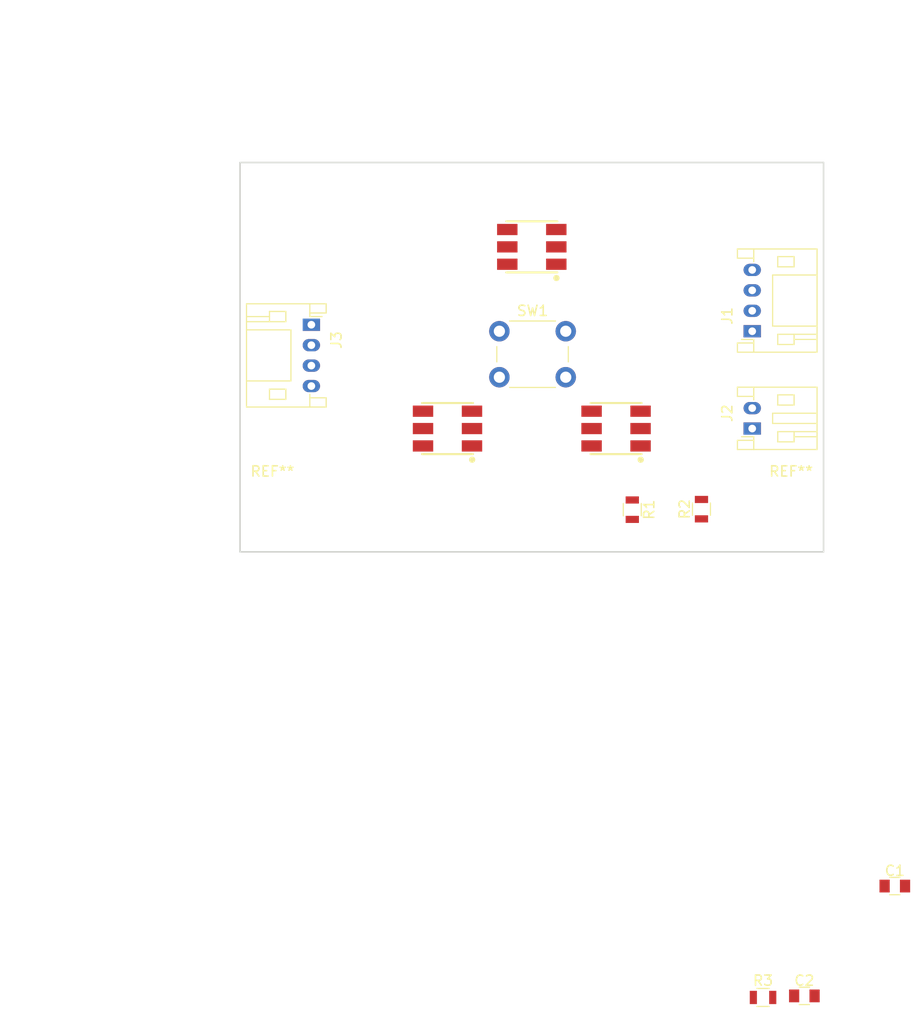
<source format=kicad_pcb>
(kicad_pcb (version 4) (host pcbnew 4.0.7)

  (general
    (links 29)
    (no_connects 29)
    (area 101.524999 76.124999 158.825001 114.375001)
    (thickness 1.6)
    (drawings 15)
    (tracks 0)
    (zones 0)
    (modules 16)
    (nets 14)
  )

  (page A4)
  (layers
    (0 F.Cu signal)
    (31 B.Cu signal)
    (32 B.Adhes user)
    (33 F.Adhes user)
    (34 B.Paste user)
    (35 F.Paste user)
    (36 B.SilkS user)
    (37 F.SilkS user)
    (38 B.Mask user)
    (39 F.Mask user)
    (40 Dwgs.User user)
    (41 Cmts.User user)
    (42 Eco1.User user)
    (43 Eco2.User user)
    (44 Edge.Cuts user)
    (45 Margin user)
    (46 B.CrtYd user)
    (47 F.CrtYd user)
    (48 B.Fab user)
    (49 F.Fab user)
  )

  (setup
    (last_trace_width 0.25)
    (trace_clearance 0.2)
    (zone_clearance 0.508)
    (zone_45_only no)
    (trace_min 0.2)
    (segment_width 0.2)
    (edge_width 0.15)
    (via_size 0.6)
    (via_drill 0.4)
    (via_min_size 0.4)
    (via_min_drill 0.3)
    (uvia_size 0.3)
    (uvia_drill 0.1)
    (uvias_allowed no)
    (uvia_min_size 0.2)
    (uvia_min_drill 0.1)
    (pcb_text_width 0.3)
    (pcb_text_size 1.5 1.5)
    (mod_edge_width 0.15)
    (mod_text_size 1 1)
    (mod_text_width 0.15)
    (pad_size 1.524 1.524)
    (pad_drill 0.762)
    (pad_to_mask_clearance 0.2)
    (aux_axis_origin 0 0)
    (visible_elements FFFFF77F)
    (pcbplotparams
      (layerselection 0x00030_80000001)
      (usegerberextensions false)
      (excludeedgelayer true)
      (linewidth 0.100000)
      (plotframeref false)
      (viasonmask false)
      (mode 1)
      (useauxorigin false)
      (hpglpennumber 1)
      (hpglpenspeed 20)
      (hpglpendiameter 15)
      (hpglpenoverlay 2)
      (psnegative false)
      (psa4output false)
      (plotreference true)
      (plotvalue true)
      (plotinvisibletext false)
      (padsonsilk false)
      (subtractmaskfromsilk false)
      (outputformat 1)
      (mirror false)
      (drillshape 1)
      (scaleselection 1)
      (outputdirectory ""))
  )

  (net 0 "")
  (net 1 +5V)
  (net 2 GND)
  (net 3 /DI)
  (net 4 /CI)
  (net 5 "Net-(J2-Pad1)")
  (net 6 "Net-(J2-Pad2)")
  (net 7 /CO)
  (net 8 /DO)
  (net 9 "Net-(R1-Pad2)")
  (net 10 "Net-(U1-Pad6)")
  (net 11 "Net-(U1-Pad5)")
  (net 12 "Net-(U2-Pad6)")
  (net 13 "Net-(U2-Pad5)")

  (net_class Default "This is the default net class."
    (clearance 0.2)
    (trace_width 0.25)
    (via_dia 0.6)
    (via_drill 0.4)
    (uvia_dia 0.3)
    (uvia_drill 0.1)
    (add_net +5V)
    (add_net /CI)
    (add_net /CO)
    (add_net /DI)
    (add_net /DO)
    (add_net GND)
    (add_net "Net-(J2-Pad1)")
    (add_net "Net-(J2-Pad2)")
    (add_net "Net-(R1-Pad2)")
    (add_net "Net-(U1-Pad5)")
    (add_net "Net-(U1-Pad6)")
    (add_net "Net-(U2-Pad5)")
    (add_net "Net-(U2-Pad6)")
  )

  (module Mounting_Holes:MountingHole_3.7mm (layer F.Cu) (tedit 5B03E488) (tstamp 5B03E470)
    (at 155.575 79.375)
    (descr "Mounting Hole 3.7mm, no annular")
    (tags "mounting hole 3.7mm no annular")
    (attr virtual)
    (fp_text reference REF** (at 0 -4.7) (layer F.SilkS) hide
      (effects (font (size 1 1) (thickness 0.15)))
    )
    (fp_text value MountingHole_3.7mm (at 0 4.7) (layer F.Fab)
      (effects (font (size 1 1) (thickness 0.15)))
    )
    (fp_text user %R (at 0.3 0) (layer F.Fab)
      (effects (font (size 1 1) (thickness 0.15)))
    )
    (fp_circle (center 0 0) (end 3.7 0) (layer Cmts.User) (width 0.15))
    (fp_circle (center 0 0) (end 3.95 0) (layer F.CrtYd) (width 0.05))
    (pad "" np_thru_hole circle (at 0 0) (size 3.81 3.81) (drill 3.81) (layers *.Cu *.Mask))
  )

  (module Mounting_Holes:MountingHole_3.7mm (layer F.Cu) (tedit 5B03E36B) (tstamp 5B03E45D)
    (at 155.575 111.125)
    (descr "Mounting Hole 3.7mm, no annular")
    (tags "mounting hole 3.7mm no annular")
    (attr virtual)
    (fp_text reference REF** (at 0 -4.7) (layer F.SilkS)
      (effects (font (size 1 1) (thickness 0.15)))
    )
    (fp_text value MountingHole_3.7mm (at 0 4.7) (layer F.Fab)
      (effects (font (size 1 1) (thickness 0.15)))
    )
    (fp_text user %R (at 0.3 0) (layer F.Fab)
      (effects (font (size 1 1) (thickness 0.15)))
    )
    (fp_circle (center 0 0) (end 3.7 0) (layer Cmts.User) (width 0.15))
    (fp_circle (center 0 0) (end 3.95 0) (layer F.CrtYd) (width 0.05))
    (pad "" np_thru_hole circle (at 0 0) (size 3.81 3.81) (drill 3.81) (layers *.Cu *.Mask))
  )

  (module Mounting_Holes:MountingHole_3.7mm (layer F.Cu) (tedit 5B03E36B) (tstamp 5B03E3CC)
    (at 104.775 111.125)
    (descr "Mounting Hole 3.7mm, no annular")
    (tags "mounting hole 3.7mm no annular")
    (attr virtual)
    (fp_text reference REF** (at 0 -4.7) (layer F.SilkS)
      (effects (font (size 1 1) (thickness 0.15)))
    )
    (fp_text value MountingHole_3.7mm (at 0 4.7) (layer F.Fab)
      (effects (font (size 1 1) (thickness 0.15)))
    )
    (fp_text user %R (at 0.3 0) (layer F.Fab)
      (effects (font (size 1 1) (thickness 0.15)))
    )
    (fp_circle (center 0 0) (end 3.7 0) (layer Cmts.User) (width 0.15))
    (fp_circle (center 0 0) (end 3.95 0) (layer F.CrtYd) (width 0.05))
    (pad "" np_thru_hole circle (at 0 0) (size 3.81 3.81) (drill 3.81) (layers *.Cu *.Mask))
  )

  (module Mounting_Holes:MountingHole_3.7mm (layer F.Cu) (tedit 5B03E48D) (tstamp 5B03E34D)
    (at 104.775 79.375)
    (descr "Mounting Hole 3.7mm, no annular")
    (tags "mounting hole 3.7mm no annular")
    (attr virtual)
    (fp_text reference REF** (at 0 -4.7) (layer F.SilkS) hide
      (effects (font (size 1 1) (thickness 0.15)))
    )
    (fp_text value MountingHole_3.7mm (at 0 4.7) (layer F.Fab)
      (effects (font (size 1 1) (thickness 0.15)))
    )
    (fp_text user %R (at 0.3 0) (layer F.Fab)
      (effects (font (size 1 1) (thickness 0.15)))
    )
    (fp_circle (center 0 0) (end 3.7 0) (layer Cmts.User) (width 0.15))
    (fp_circle (center 0 0) (end 3.95 0) (layer F.CrtYd) (width 0.05))
    (pad "" np_thru_hole circle (at 0 0) (size 3.81 3.81) (drill 3.81) (layers *.Cu *.Mask))
  )

  (module Capacitors_SMD:C_0805 (layer F.Cu) (tedit 58AA8463) (tstamp 5B03E1FC)
    (at 165.731428 147.005)
    (descr "Capacitor SMD 0805, reflow soldering, AVX (see smccp.pdf)")
    (tags "capacitor 0805")
    (path /5B029738)
    (attr smd)
    (fp_text reference C1 (at 0 -1.5) (layer F.SilkS)
      (effects (font (size 1 1) (thickness 0.15)))
    )
    (fp_text value 0.1uF (at 0 1.75) (layer F.Fab)
      (effects (font (size 1 1) (thickness 0.15)))
    )
    (fp_text user %R (at 0 -1.5) (layer F.Fab)
      (effects (font (size 1 1) (thickness 0.15)))
    )
    (fp_line (start -1 0.62) (end -1 -0.62) (layer F.Fab) (width 0.1))
    (fp_line (start 1 0.62) (end -1 0.62) (layer F.Fab) (width 0.1))
    (fp_line (start 1 -0.62) (end 1 0.62) (layer F.Fab) (width 0.1))
    (fp_line (start -1 -0.62) (end 1 -0.62) (layer F.Fab) (width 0.1))
    (fp_line (start 0.5 -0.85) (end -0.5 -0.85) (layer F.SilkS) (width 0.12))
    (fp_line (start -0.5 0.85) (end 0.5 0.85) (layer F.SilkS) (width 0.12))
    (fp_line (start -1.75 -0.88) (end 1.75 -0.88) (layer F.CrtYd) (width 0.05))
    (fp_line (start -1.75 -0.88) (end -1.75 0.87) (layer F.CrtYd) (width 0.05))
    (fp_line (start 1.75 0.87) (end 1.75 -0.88) (layer F.CrtYd) (width 0.05))
    (fp_line (start 1.75 0.87) (end -1.75 0.87) (layer F.CrtYd) (width 0.05))
    (pad 1 smd rect (at -1 0) (size 1 1.25) (layers F.Cu F.Paste F.Mask)
      (net 1 +5V))
    (pad 2 smd rect (at 1 0) (size 1 1.25) (layers F.Cu F.Paste F.Mask)
      (net 2 GND))
    (model Capacitors_SMD.3dshapes/C_0805.wrl
      (at (xyz 0 0 0))
      (scale (xyz 1 1 1))
      (rotate (xyz 0 0 0))
    )
  )

  (module Capacitors_SMD:C_0805 (layer F.Cu) (tedit 58AA8463) (tstamp 5B03E20D)
    (at 156.871428 157.755)
    (descr "Capacitor SMD 0805, reflow soldering, AVX (see smccp.pdf)")
    (tags "capacitor 0805")
    (path /5B03DB12)
    (attr smd)
    (fp_text reference C2 (at 0 -1.5) (layer F.SilkS)
      (effects (font (size 1 1) (thickness 0.15)))
    )
    (fp_text value 0.1uF (at 0 1.75) (layer F.Fab)
      (effects (font (size 1 1) (thickness 0.15)))
    )
    (fp_text user %R (at 0 -1.5) (layer F.Fab)
      (effects (font (size 1 1) (thickness 0.15)))
    )
    (fp_line (start -1 0.62) (end -1 -0.62) (layer F.Fab) (width 0.1))
    (fp_line (start 1 0.62) (end -1 0.62) (layer F.Fab) (width 0.1))
    (fp_line (start 1 -0.62) (end 1 0.62) (layer F.Fab) (width 0.1))
    (fp_line (start -1 -0.62) (end 1 -0.62) (layer F.Fab) (width 0.1))
    (fp_line (start 0.5 -0.85) (end -0.5 -0.85) (layer F.SilkS) (width 0.12))
    (fp_line (start -0.5 0.85) (end 0.5 0.85) (layer F.SilkS) (width 0.12))
    (fp_line (start -1.75 -0.88) (end 1.75 -0.88) (layer F.CrtYd) (width 0.05))
    (fp_line (start -1.75 -0.88) (end -1.75 0.87) (layer F.CrtYd) (width 0.05))
    (fp_line (start 1.75 0.87) (end 1.75 -0.88) (layer F.CrtYd) (width 0.05))
    (fp_line (start 1.75 0.87) (end -1.75 0.87) (layer F.CrtYd) (width 0.05))
    (pad 1 smd rect (at -1 0) (size 1 1.25) (layers F.Cu F.Paste F.Mask)
      (net 1 +5V))
    (pad 2 smd rect (at 1 0) (size 1 1.25) (layers F.Cu F.Paste F.Mask)
      (net 2 GND))
    (model Capacitors_SMD.3dshapes/C_0805.wrl
      (at (xyz 0 0 0))
      (scale (xyz 1 1 1))
      (rotate (xyz 0 0 0))
    )
  )

  (module Connectors_JST:JST_PH_S4B-PH-K_04x2.00mm_Angled (layer F.Cu) (tedit 58D3FE32) (tstamp 5B03E23E)
    (at 151.765 92.71 90)
    (descr "JST PH series connector, S4B-PH-K, side entry type, through hole, Datasheet: http://www.jst-mfg.com/product/pdf/eng/ePH.pdf")
    (tags "connector jst ph")
    (path /5B029050)
    (fp_text reference J1 (at 1.5 -2.45 90) (layer F.SilkS)
      (effects (font (size 1 1) (thickness 0.15)))
    )
    (fp_text value Conn_01x04 (at 3 7.25 90) (layer F.Fab)
      (effects (font (size 1 1) (thickness 0.15)))
    )
    (fp_line (start 0.5 6.35) (end 0.5 2) (layer F.SilkS) (width 0.12))
    (fp_line (start 0.5 2) (end 5.5 2) (layer F.SilkS) (width 0.12))
    (fp_line (start 5.5 2) (end 5.5 6.35) (layer F.SilkS) (width 0.12))
    (fp_line (start -0.8 0.15) (end -1.15 0.15) (layer F.SilkS) (width 0.12))
    (fp_line (start -1.15 0.15) (end -1.15 -1.45) (layer F.SilkS) (width 0.12))
    (fp_line (start -1.15 -1.45) (end -2.05 -1.45) (layer F.SilkS) (width 0.12))
    (fp_line (start -2.05 -1.45) (end -2.05 6.35) (layer F.SilkS) (width 0.12))
    (fp_line (start -2.05 6.35) (end 8.05 6.35) (layer F.SilkS) (width 0.12))
    (fp_line (start 8.05 6.35) (end 8.05 -1.45) (layer F.SilkS) (width 0.12))
    (fp_line (start 8.05 -1.45) (end 7.15 -1.45) (layer F.SilkS) (width 0.12))
    (fp_line (start 7.15 -1.45) (end 7.15 0.15) (layer F.SilkS) (width 0.12))
    (fp_line (start 7.15 0.15) (end 6.8 0.15) (layer F.SilkS) (width 0.12))
    (fp_line (start -2.05 0.15) (end -1.15 0.15) (layer F.SilkS) (width 0.12))
    (fp_line (start 8.05 0.15) (end 7.15 0.15) (layer F.SilkS) (width 0.12))
    (fp_line (start -1.3 2.5) (end -1.3 4.1) (layer F.SilkS) (width 0.12))
    (fp_line (start -1.3 4.1) (end -0.3 4.1) (layer F.SilkS) (width 0.12))
    (fp_line (start -0.3 4.1) (end -0.3 2.5) (layer F.SilkS) (width 0.12))
    (fp_line (start -0.3 2.5) (end -1.3 2.5) (layer F.SilkS) (width 0.12))
    (fp_line (start 7.3 2.5) (end 7.3 4.1) (layer F.SilkS) (width 0.12))
    (fp_line (start 7.3 4.1) (end 6.3 4.1) (layer F.SilkS) (width 0.12))
    (fp_line (start 6.3 4.1) (end 6.3 2.5) (layer F.SilkS) (width 0.12))
    (fp_line (start 6.3 2.5) (end 7.3 2.5) (layer F.SilkS) (width 0.12))
    (fp_line (start -0.3 4.1) (end -0.3 6.35) (layer F.SilkS) (width 0.12))
    (fp_line (start -0.8 4.1) (end -0.8 6.35) (layer F.SilkS) (width 0.12))
    (fp_line (start -2.45 -1.85) (end -2.45 6.75) (layer F.CrtYd) (width 0.05))
    (fp_line (start -2.45 6.75) (end 8.45 6.75) (layer F.CrtYd) (width 0.05))
    (fp_line (start 8.45 6.75) (end 8.45 -1.85) (layer F.CrtYd) (width 0.05))
    (fp_line (start 8.45 -1.85) (end -2.45 -1.85) (layer F.CrtYd) (width 0.05))
    (fp_line (start -1.25 0.25) (end -1.25 -1.35) (layer F.Fab) (width 0.1))
    (fp_line (start -1.25 -1.35) (end -1.95 -1.35) (layer F.Fab) (width 0.1))
    (fp_line (start -1.95 -1.35) (end -1.95 6.25) (layer F.Fab) (width 0.1))
    (fp_line (start -1.95 6.25) (end 7.95 6.25) (layer F.Fab) (width 0.1))
    (fp_line (start 7.95 6.25) (end 7.95 -1.35) (layer F.Fab) (width 0.1))
    (fp_line (start 7.95 -1.35) (end 7.25 -1.35) (layer F.Fab) (width 0.1))
    (fp_line (start 7.25 -1.35) (end 7.25 0.25) (layer F.Fab) (width 0.1))
    (fp_line (start 7.25 0.25) (end -1.25 0.25) (layer F.Fab) (width 0.1))
    (fp_line (start -0.8 0.15) (end -0.8 -1.05) (layer F.SilkS) (width 0.12))
    (fp_line (start 0 0.85) (end -0.5 1.35) (layer F.Fab) (width 0.1))
    (fp_line (start -0.5 1.35) (end 0.5 1.35) (layer F.Fab) (width 0.1))
    (fp_line (start 0.5 1.35) (end 0 0.85) (layer F.Fab) (width 0.1))
    (fp_text user %R (at 3 2.5 90) (layer F.Fab)
      (effects (font (size 1 1) (thickness 0.15)))
    )
    (pad 1 thru_hole rect (at 0 0 90) (size 1.2 1.7) (drill 0.75) (layers *.Cu *.Mask)
      (net 2 GND))
    (pad 2 thru_hole oval (at 2 0 90) (size 1.2 1.7) (drill 0.75) (layers *.Cu *.Mask)
      (net 3 /DI))
    (pad 3 thru_hole oval (at 4 0 90) (size 1.2 1.7) (drill 0.75) (layers *.Cu *.Mask)
      (net 4 /CI))
    (pad 4 thru_hole oval (at 6 0 90) (size 1.2 1.7) (drill 0.75) (layers *.Cu *.Mask)
      (net 1 +5V))
    (model ${KISYS3DMOD}/Connectors_JST.3dshapes/JST_PH_S4B-PH-K_04x2.00mm_Angled.wrl
      (at (xyz 0 0 0))
      (scale (xyz 1 1 1))
      (rotate (xyz 0 0 0))
    )
  )

  (module Connectors_JST:JST_PH_S2B-PH-K_02x2.00mm_Angled (layer F.Cu) (tedit 58D3FE32) (tstamp 5B03E26D)
    (at 151.765 102.235 90)
    (descr "JST PH series connector, S2B-PH-K, side entry type, through hole, Datasheet: http://www.jst-mfg.com/product/pdf/eng/ePH.pdf")
    (tags "connector jst ph")
    (path /5B029FEB)
    (fp_text reference J2 (at 1.5 -2.45 90) (layer F.SilkS)
      (effects (font (size 1 1) (thickness 0.15)))
    )
    (fp_text value Conn_01x02 (at 1 7.25 90) (layer F.Fab)
      (effects (font (size 1 1) (thickness 0.15)))
    )
    (fp_line (start 0.5 6.35) (end 0.5 2) (layer F.SilkS) (width 0.12))
    (fp_line (start 0.5 2) (end 1.5 2) (layer F.SilkS) (width 0.12))
    (fp_line (start 1.5 2) (end 1.5 6.35) (layer F.SilkS) (width 0.12))
    (fp_line (start -0.8 0.15) (end -1.15 0.15) (layer F.SilkS) (width 0.12))
    (fp_line (start -1.15 0.15) (end -1.15 -1.45) (layer F.SilkS) (width 0.12))
    (fp_line (start -1.15 -1.45) (end -2.05 -1.45) (layer F.SilkS) (width 0.12))
    (fp_line (start -2.05 -1.45) (end -2.05 6.35) (layer F.SilkS) (width 0.12))
    (fp_line (start -2.05 6.35) (end 4.05 6.35) (layer F.SilkS) (width 0.12))
    (fp_line (start 4.05 6.35) (end 4.05 -1.45) (layer F.SilkS) (width 0.12))
    (fp_line (start 4.05 -1.45) (end 3.15 -1.45) (layer F.SilkS) (width 0.12))
    (fp_line (start 3.15 -1.45) (end 3.15 0.15) (layer F.SilkS) (width 0.12))
    (fp_line (start 3.15 0.15) (end 2.8 0.15) (layer F.SilkS) (width 0.12))
    (fp_line (start -2.05 0.15) (end -1.15 0.15) (layer F.SilkS) (width 0.12))
    (fp_line (start 4.05 0.15) (end 3.15 0.15) (layer F.SilkS) (width 0.12))
    (fp_line (start -1.3 2.5) (end -1.3 4.1) (layer F.SilkS) (width 0.12))
    (fp_line (start -1.3 4.1) (end -0.3 4.1) (layer F.SilkS) (width 0.12))
    (fp_line (start -0.3 4.1) (end -0.3 2.5) (layer F.SilkS) (width 0.12))
    (fp_line (start -0.3 2.5) (end -1.3 2.5) (layer F.SilkS) (width 0.12))
    (fp_line (start 3.3 2.5) (end 3.3 4.1) (layer F.SilkS) (width 0.12))
    (fp_line (start 3.3 4.1) (end 2.3 4.1) (layer F.SilkS) (width 0.12))
    (fp_line (start 2.3 4.1) (end 2.3 2.5) (layer F.SilkS) (width 0.12))
    (fp_line (start 2.3 2.5) (end 3.3 2.5) (layer F.SilkS) (width 0.12))
    (fp_line (start -0.3 4.1) (end -0.3 6.35) (layer F.SilkS) (width 0.12))
    (fp_line (start -0.8 4.1) (end -0.8 6.35) (layer F.SilkS) (width 0.12))
    (fp_line (start -2.45 -1.85) (end -2.45 6.75) (layer F.CrtYd) (width 0.05))
    (fp_line (start -2.45 6.75) (end 4.45 6.75) (layer F.CrtYd) (width 0.05))
    (fp_line (start 4.45 6.75) (end 4.45 -1.85) (layer F.CrtYd) (width 0.05))
    (fp_line (start 4.45 -1.85) (end -2.45 -1.85) (layer F.CrtYd) (width 0.05))
    (fp_line (start -1.25 0.25) (end -1.25 -1.35) (layer F.Fab) (width 0.1))
    (fp_line (start -1.25 -1.35) (end -1.95 -1.35) (layer F.Fab) (width 0.1))
    (fp_line (start -1.95 -1.35) (end -1.95 6.25) (layer F.Fab) (width 0.1))
    (fp_line (start -1.95 6.25) (end 3.95 6.25) (layer F.Fab) (width 0.1))
    (fp_line (start 3.95 6.25) (end 3.95 -1.35) (layer F.Fab) (width 0.1))
    (fp_line (start 3.95 -1.35) (end 3.25 -1.35) (layer F.Fab) (width 0.1))
    (fp_line (start 3.25 -1.35) (end 3.25 0.25) (layer F.Fab) (width 0.1))
    (fp_line (start 3.25 0.25) (end -1.25 0.25) (layer F.Fab) (width 0.1))
    (fp_line (start -0.8 0.15) (end -0.8 -1.05) (layer F.SilkS) (width 0.12))
    (fp_line (start 0 0.85) (end -0.5 1.35) (layer F.Fab) (width 0.1))
    (fp_line (start -0.5 1.35) (end 0.5 1.35) (layer F.Fab) (width 0.1))
    (fp_line (start 0.5 1.35) (end 0 0.85) (layer F.Fab) (width 0.1))
    (fp_text user %R (at 1 2.5 90) (layer F.Fab)
      (effects (font (size 1 1) (thickness 0.15)))
    )
    (pad 1 thru_hole rect (at 0 0 90) (size 1.2 1.7) (drill 0.75) (layers *.Cu *.Mask)
      (net 5 "Net-(J2-Pad1)"))
    (pad 2 thru_hole oval (at 2 0 90) (size 1.2 1.7) (drill 0.75) (layers *.Cu *.Mask)
      (net 6 "Net-(J2-Pad2)"))
    (model ${KISYS3DMOD}/Connectors_JST.3dshapes/JST_PH_S2B-PH-K_02x2.00mm_Angled.wrl
      (at (xyz 0 0 0))
      (scale (xyz 1 1 1))
      (rotate (xyz 0 0 0))
    )
  )

  (module Connectors_JST:JST_PH_S4B-PH-K_04x2.00mm_Angled (layer F.Cu) (tedit 58D3FE32) (tstamp 5B03E29E)
    (at 108.585 92.075 270)
    (descr "JST PH series connector, S4B-PH-K, side entry type, through hole, Datasheet: http://www.jst-mfg.com/product/pdf/eng/ePH.pdf")
    (tags "connector jst ph")
    (path /5B03DF6D)
    (fp_text reference J3 (at 1.5 -2.45 270) (layer F.SilkS)
      (effects (font (size 1 1) (thickness 0.15)))
    )
    (fp_text value Conn_01x04 (at 3 7.25 270) (layer F.Fab)
      (effects (font (size 1 1) (thickness 0.15)))
    )
    (fp_line (start 0.5 6.35) (end 0.5 2) (layer F.SilkS) (width 0.12))
    (fp_line (start 0.5 2) (end 5.5 2) (layer F.SilkS) (width 0.12))
    (fp_line (start 5.5 2) (end 5.5 6.35) (layer F.SilkS) (width 0.12))
    (fp_line (start -0.8 0.15) (end -1.15 0.15) (layer F.SilkS) (width 0.12))
    (fp_line (start -1.15 0.15) (end -1.15 -1.45) (layer F.SilkS) (width 0.12))
    (fp_line (start -1.15 -1.45) (end -2.05 -1.45) (layer F.SilkS) (width 0.12))
    (fp_line (start -2.05 -1.45) (end -2.05 6.35) (layer F.SilkS) (width 0.12))
    (fp_line (start -2.05 6.35) (end 8.05 6.35) (layer F.SilkS) (width 0.12))
    (fp_line (start 8.05 6.35) (end 8.05 -1.45) (layer F.SilkS) (width 0.12))
    (fp_line (start 8.05 -1.45) (end 7.15 -1.45) (layer F.SilkS) (width 0.12))
    (fp_line (start 7.15 -1.45) (end 7.15 0.15) (layer F.SilkS) (width 0.12))
    (fp_line (start 7.15 0.15) (end 6.8 0.15) (layer F.SilkS) (width 0.12))
    (fp_line (start -2.05 0.15) (end -1.15 0.15) (layer F.SilkS) (width 0.12))
    (fp_line (start 8.05 0.15) (end 7.15 0.15) (layer F.SilkS) (width 0.12))
    (fp_line (start -1.3 2.5) (end -1.3 4.1) (layer F.SilkS) (width 0.12))
    (fp_line (start -1.3 4.1) (end -0.3 4.1) (layer F.SilkS) (width 0.12))
    (fp_line (start -0.3 4.1) (end -0.3 2.5) (layer F.SilkS) (width 0.12))
    (fp_line (start -0.3 2.5) (end -1.3 2.5) (layer F.SilkS) (width 0.12))
    (fp_line (start 7.3 2.5) (end 7.3 4.1) (layer F.SilkS) (width 0.12))
    (fp_line (start 7.3 4.1) (end 6.3 4.1) (layer F.SilkS) (width 0.12))
    (fp_line (start 6.3 4.1) (end 6.3 2.5) (layer F.SilkS) (width 0.12))
    (fp_line (start 6.3 2.5) (end 7.3 2.5) (layer F.SilkS) (width 0.12))
    (fp_line (start -0.3 4.1) (end -0.3 6.35) (layer F.SilkS) (width 0.12))
    (fp_line (start -0.8 4.1) (end -0.8 6.35) (layer F.SilkS) (width 0.12))
    (fp_line (start -2.45 -1.85) (end -2.45 6.75) (layer F.CrtYd) (width 0.05))
    (fp_line (start -2.45 6.75) (end 8.45 6.75) (layer F.CrtYd) (width 0.05))
    (fp_line (start 8.45 6.75) (end 8.45 -1.85) (layer F.CrtYd) (width 0.05))
    (fp_line (start 8.45 -1.85) (end -2.45 -1.85) (layer F.CrtYd) (width 0.05))
    (fp_line (start -1.25 0.25) (end -1.25 -1.35) (layer F.Fab) (width 0.1))
    (fp_line (start -1.25 -1.35) (end -1.95 -1.35) (layer F.Fab) (width 0.1))
    (fp_line (start -1.95 -1.35) (end -1.95 6.25) (layer F.Fab) (width 0.1))
    (fp_line (start -1.95 6.25) (end 7.95 6.25) (layer F.Fab) (width 0.1))
    (fp_line (start 7.95 6.25) (end 7.95 -1.35) (layer F.Fab) (width 0.1))
    (fp_line (start 7.95 -1.35) (end 7.25 -1.35) (layer F.Fab) (width 0.1))
    (fp_line (start 7.25 -1.35) (end 7.25 0.25) (layer F.Fab) (width 0.1))
    (fp_line (start 7.25 0.25) (end -1.25 0.25) (layer F.Fab) (width 0.1))
    (fp_line (start -0.8 0.15) (end -0.8 -1.05) (layer F.SilkS) (width 0.12))
    (fp_line (start 0 0.85) (end -0.5 1.35) (layer F.Fab) (width 0.1))
    (fp_line (start -0.5 1.35) (end 0.5 1.35) (layer F.Fab) (width 0.1))
    (fp_line (start 0.5 1.35) (end 0 0.85) (layer F.Fab) (width 0.1))
    (fp_text user %R (at 3 2.5 270) (layer F.Fab)
      (effects (font (size 1 1) (thickness 0.15)))
    )
    (pad 1 thru_hole rect (at 0 0 270) (size 1.2 1.7) (drill 0.75) (layers *.Cu *.Mask)
      (net 1 +5V))
    (pad 2 thru_hole oval (at 2 0 270) (size 1.2 1.7) (drill 0.75) (layers *.Cu *.Mask)
      (net 7 /CO))
    (pad 3 thru_hole oval (at 4 0 270) (size 1.2 1.7) (drill 0.75) (layers *.Cu *.Mask)
      (net 8 /DO))
    (pad 4 thru_hole oval (at 6 0 270) (size 1.2 1.7) (drill 0.75) (layers *.Cu *.Mask)
      (net 2 GND))
    (model ${KISYS3DMOD}/Connectors_JST.3dshapes/JST_PH_S4B-PH-K_04x2.00mm_Angled.wrl
      (at (xyz 0 0 0))
      (scale (xyz 1 1 1))
      (rotate (xyz 0 0 0))
    )
  )

  (module Resistors_SMD:R_0805 (layer F.Cu) (tedit 58E0A804) (tstamp 5B03E2AF)
    (at 140.0175 110.1725 270)
    (descr "Resistor SMD 0805, reflow soldering, Vishay (see dcrcw.pdf)")
    (tags "resistor 0805")
    (path /5B029D36)
    (attr smd)
    (fp_text reference R1 (at 0 -1.65 270) (layer F.SilkS)
      (effects (font (size 1 1) (thickness 0.15)))
    )
    (fp_text value 1K (at 0 1.75 270) (layer F.Fab)
      (effects (font (size 1 1) (thickness 0.15)))
    )
    (fp_text user %R (at 0 0 270) (layer F.Fab)
      (effects (font (size 0.5 0.5) (thickness 0.075)))
    )
    (fp_line (start -1 0.62) (end -1 -0.62) (layer F.Fab) (width 0.1))
    (fp_line (start 1 0.62) (end -1 0.62) (layer F.Fab) (width 0.1))
    (fp_line (start 1 -0.62) (end 1 0.62) (layer F.Fab) (width 0.1))
    (fp_line (start -1 -0.62) (end 1 -0.62) (layer F.Fab) (width 0.1))
    (fp_line (start 0.6 0.88) (end -0.6 0.88) (layer F.SilkS) (width 0.12))
    (fp_line (start -0.6 -0.88) (end 0.6 -0.88) (layer F.SilkS) (width 0.12))
    (fp_line (start -1.55 -0.9) (end 1.55 -0.9) (layer F.CrtYd) (width 0.05))
    (fp_line (start -1.55 -0.9) (end -1.55 0.9) (layer F.CrtYd) (width 0.05))
    (fp_line (start 1.55 0.9) (end 1.55 -0.9) (layer F.CrtYd) (width 0.05))
    (fp_line (start 1.55 0.9) (end -1.55 0.9) (layer F.CrtYd) (width 0.05))
    (pad 1 smd rect (at -0.95 0 270) (size 0.7 1.3) (layers F.Cu F.Paste F.Mask)
      (net 1 +5V))
    (pad 2 smd rect (at 0.95 0 270) (size 0.7 1.3) (layers F.Cu F.Paste F.Mask)
      (net 9 "Net-(R1-Pad2)"))
    (model ${KISYS3DMOD}/Resistors_SMD.3dshapes/R_0805.wrl
      (at (xyz 0 0 0))
      (scale (xyz 1 1 1))
      (rotate (xyz 0 0 0))
    )
  )

  (module Resistors_SMD:R_0805 (layer F.Cu) (tedit 58E0A804) (tstamp 5B03E2C0)
    (at 146.7925 110.122499 90)
    (descr "Resistor SMD 0805, reflow soldering, Vishay (see dcrcw.pdf)")
    (tags "resistor 0805")
    (path /5B029D8D)
    (attr smd)
    (fp_text reference R2 (at 0 -1.65 90) (layer F.SilkS)
      (effects (font (size 1 1) (thickness 0.15)))
    )
    (fp_text value 2K (at 0 1.75 90) (layer F.Fab)
      (effects (font (size 1 1) (thickness 0.15)))
    )
    (fp_text user %R (at 0 0 90) (layer F.Fab)
      (effects (font (size 0.5 0.5) (thickness 0.075)))
    )
    (fp_line (start -1 0.62) (end -1 -0.62) (layer F.Fab) (width 0.1))
    (fp_line (start 1 0.62) (end -1 0.62) (layer F.Fab) (width 0.1))
    (fp_line (start 1 -0.62) (end 1 0.62) (layer F.Fab) (width 0.1))
    (fp_line (start -1 -0.62) (end 1 -0.62) (layer F.Fab) (width 0.1))
    (fp_line (start 0.6 0.88) (end -0.6 0.88) (layer F.SilkS) (width 0.12))
    (fp_line (start -0.6 -0.88) (end 0.6 -0.88) (layer F.SilkS) (width 0.12))
    (fp_line (start -1.55 -0.9) (end 1.55 -0.9) (layer F.CrtYd) (width 0.05))
    (fp_line (start -1.55 -0.9) (end -1.55 0.9) (layer F.CrtYd) (width 0.05))
    (fp_line (start 1.55 0.9) (end 1.55 -0.9) (layer F.CrtYd) (width 0.05))
    (fp_line (start 1.55 0.9) (end -1.55 0.9) (layer F.CrtYd) (width 0.05))
    (pad 1 smd rect (at -0.95 0 90) (size 0.7 1.3) (layers F.Cu F.Paste F.Mask)
      (net 9 "Net-(R1-Pad2)"))
    (pad 2 smd rect (at 0.95 0 90) (size 0.7 1.3) (layers F.Cu F.Paste F.Mask)
      (net 2 GND))
    (model ${KISYS3DMOD}/Resistors_SMD.3dshapes/R_0805.wrl
      (at (xyz 0 0 0))
      (scale (xyz 1 1 1))
      (rotate (xyz 0 0 0))
    )
  )

  (module Resistors_SMD:R_0805 (layer F.Cu) (tedit 58E0A804) (tstamp 5B03E2D1)
    (at 152.825001 157.905)
    (descr "Resistor SMD 0805, reflow soldering, Vishay (see dcrcw.pdf)")
    (tags "resistor 0805")
    (path /5B029B4B)
    (attr smd)
    (fp_text reference R3 (at 0 -1.65) (layer F.SilkS)
      (effects (font (size 1 1) (thickness 0.15)))
    )
    (fp_text value 51K (at 0 1.75) (layer F.Fab)
      (effects (font (size 1 1) (thickness 0.15)))
    )
    (fp_text user %R (at 0 0) (layer F.Fab)
      (effects (font (size 0.5 0.5) (thickness 0.075)))
    )
    (fp_line (start -1 0.62) (end -1 -0.62) (layer F.Fab) (width 0.1))
    (fp_line (start 1 0.62) (end -1 0.62) (layer F.Fab) (width 0.1))
    (fp_line (start 1 -0.62) (end 1 0.62) (layer F.Fab) (width 0.1))
    (fp_line (start -1 -0.62) (end 1 -0.62) (layer F.Fab) (width 0.1))
    (fp_line (start 0.6 0.88) (end -0.6 0.88) (layer F.SilkS) (width 0.12))
    (fp_line (start -0.6 -0.88) (end 0.6 -0.88) (layer F.SilkS) (width 0.12))
    (fp_line (start -1.55 -0.9) (end 1.55 -0.9) (layer F.CrtYd) (width 0.05))
    (fp_line (start -1.55 -0.9) (end -1.55 0.9) (layer F.CrtYd) (width 0.05))
    (fp_line (start 1.55 0.9) (end 1.55 -0.9) (layer F.CrtYd) (width 0.05))
    (fp_line (start 1.55 0.9) (end -1.55 0.9) (layer F.CrtYd) (width 0.05))
    (pad 1 smd rect (at -0.95 0) (size 0.7 1.3) (layers F.Cu F.Paste F.Mask)
      (net 5 "Net-(J2-Pad1)"))
    (pad 2 smd rect (at 0.95 0) (size 0.7 1.3) (layers F.Cu F.Paste F.Mask)
      (net 2 GND))
    (model ${KISYS3DMOD}/Resistors_SMD.3dshapes/R_0805.wrl
      (at (xyz 0 0 0))
      (scale (xyz 1 1 1))
      (rotate (xyz 0 0 0))
    )
  )

  (module Buttons_Switches_THT:SW_PUSH_6mm_h4.3mm (layer F.Cu) (tedit 5923F252) (tstamp 5B03E2F0)
    (at 127 92.71)
    (descr "tactile push button, 6x6mm e.g. PHAP33xx series, height=4.3mm")
    (tags "tact sw push 6mm")
    (path /5B029ACC)
    (fp_text reference SW1 (at 3.25 -2) (layer F.SilkS)
      (effects (font (size 1 1) (thickness 0.15)))
    )
    (fp_text value SW_Push (at 3.75 6.7) (layer F.Fab)
      (effects (font (size 1 1) (thickness 0.15)))
    )
    (fp_text user %R (at 3.25 2.25) (layer F.Fab)
      (effects (font (size 1 1) (thickness 0.15)))
    )
    (fp_line (start 3.25 -0.75) (end 6.25 -0.75) (layer F.Fab) (width 0.1))
    (fp_line (start 6.25 -0.75) (end 6.25 5.25) (layer F.Fab) (width 0.1))
    (fp_line (start 6.25 5.25) (end 0.25 5.25) (layer F.Fab) (width 0.1))
    (fp_line (start 0.25 5.25) (end 0.25 -0.75) (layer F.Fab) (width 0.1))
    (fp_line (start 0.25 -0.75) (end 3.25 -0.75) (layer F.Fab) (width 0.1))
    (fp_line (start 7.75 6) (end 8 6) (layer F.CrtYd) (width 0.05))
    (fp_line (start 8 6) (end 8 5.75) (layer F.CrtYd) (width 0.05))
    (fp_line (start 7.75 -1.5) (end 8 -1.5) (layer F.CrtYd) (width 0.05))
    (fp_line (start 8 -1.5) (end 8 -1.25) (layer F.CrtYd) (width 0.05))
    (fp_line (start -1.5 -1.25) (end -1.5 -1.5) (layer F.CrtYd) (width 0.05))
    (fp_line (start -1.5 -1.5) (end -1.25 -1.5) (layer F.CrtYd) (width 0.05))
    (fp_line (start -1.5 5.75) (end -1.5 6) (layer F.CrtYd) (width 0.05))
    (fp_line (start -1.5 6) (end -1.25 6) (layer F.CrtYd) (width 0.05))
    (fp_line (start -1.25 -1.5) (end 7.75 -1.5) (layer F.CrtYd) (width 0.05))
    (fp_line (start -1.5 5.75) (end -1.5 -1.25) (layer F.CrtYd) (width 0.05))
    (fp_line (start 7.75 6) (end -1.25 6) (layer F.CrtYd) (width 0.05))
    (fp_line (start 8 -1.25) (end 8 5.75) (layer F.CrtYd) (width 0.05))
    (fp_line (start 1 5.5) (end 5.5 5.5) (layer F.SilkS) (width 0.12))
    (fp_line (start -0.25 1.5) (end -0.25 3) (layer F.SilkS) (width 0.12))
    (fp_line (start 5.5 -1) (end 1 -1) (layer F.SilkS) (width 0.12))
    (fp_line (start 6.75 3) (end 6.75 1.5) (layer F.SilkS) (width 0.12))
    (fp_circle (center 3.25 2.25) (end 1.25 2.5) (layer F.Fab) (width 0.1))
    (pad 2 thru_hole circle (at 0 4.5 90) (size 2 2) (drill 1.1) (layers *.Cu *.Mask)
      (net 5 "Net-(J2-Pad1)"))
    (pad 1 thru_hole circle (at 0 0 90) (size 2 2) (drill 1.1) (layers *.Cu *.Mask)
      (net 9 "Net-(R1-Pad2)"))
    (pad 2 thru_hole circle (at 6.5 4.5 90) (size 2 2) (drill 1.1) (layers *.Cu *.Mask)
      (net 5 "Net-(J2-Pad1)"))
    (pad 1 thru_hole circle (at 6.5 0 90) (size 2 2) (drill 1.1) (layers *.Cu *.Mask)
      (net 9 "Net-(R1-Pad2)"))
    (model ${KISYS3DMOD}/Buttons_Switches_THT.3dshapes/SW_PUSH_6mm_h4.3mm.wrl
      (at (xyz 0.005 0 0))
      (scale (xyz 0.3937 0.3937 0.3937))
      (rotate (xyz 0 0 0))
    )
  )

  (module APA102:APA102_3 (layer F.Cu) (tedit 591CA5E4) (tstamp 5B03E2FE)
    (at 130.175 84.455)
    (path /5B028DCA)
    (fp_text reference U1 (at 0 3.556) (layer F.SilkS) hide
      (effects (font (size 0.889 0.889) (thickness 0.22225)))
    )
    (fp_text value APA102C (at 0 0 90) (layer F.SilkS) hide
      (effects (font (size 0.889 0.6) (thickness 0.15)))
    )
    (fp_line (start -2.5 -2.5) (end 2.5 -2.5) (layer F.SilkS) (width 0.2032))
    (fp_line (start -2.5 2.5) (end 2.5 2.5) (layer F.SilkS) (width 0.2032))
    (fp_circle (center 2.413 3.048) (end 2.54 3.2385) (layer F.SilkS) (width 0.15))
    (fp_circle (center 2.413 3.048) (end 2.4765 3.1115) (layer F.SilkS) (width 0.15))
    (pad 6 smd rect (at -2.4 1.700001 180) (size 2 1.1) (layers F.Cu F.Paste F.Mask)
      (net 10 "Net-(U1-Pad6)") (solder_mask_margin 0.1016))
    (pad 5 smd rect (at -2.399998 0 180) (size 2 1.1) (layers F.Cu F.Paste F.Mask)
      (net 11 "Net-(U1-Pad5)") (solder_mask_margin 0.1016))
    (pad 4 smd rect (at -2.4 -1.7 180) (size 2 1.1) (layers F.Cu F.Paste F.Mask)
      (net 1 +5V) (solder_mask_margin 0.1016))
    (pad 3 smd rect (at 2.4 -1.700001) (size 2 1.1) (layers F.Cu F.Paste F.Mask)
      (net 2 GND) (solder_mask_margin 0.1016))
    (pad 2 smd rect (at 2.399998 0) (size 2 1.1) (layers F.Cu F.Paste F.Mask)
      (net 4 /CI) (solder_mask_margin 0.1016))
    (pad 1 smd rect (at 2.4 1.7) (size 2 1.1) (layers F.Cu F.Paste F.Mask)
      (net 3 /DI) (solder_mask_margin 0.1016))
  )

  (module APA102:APA102_3 (layer F.Cu) (tedit 591CA5E4) (tstamp 5B03E30C)
    (at 138.43 102.235)
    (path /5B03DDD5)
    (fp_text reference U2 (at 0 3.556) (layer F.SilkS) hide
      (effects (font (size 0.889 0.889) (thickness 0.22225)))
    )
    (fp_text value APA102C (at 0 0 90) (layer F.SilkS) hide
      (effects (font (size 0.889 0.6) (thickness 0.15)))
    )
    (fp_line (start -2.5 -2.5) (end 2.5 -2.5) (layer F.SilkS) (width 0.2032))
    (fp_line (start -2.5 2.5) (end 2.5 2.5) (layer F.SilkS) (width 0.2032))
    (fp_circle (center 2.413 3.048) (end 2.54 3.2385) (layer F.SilkS) (width 0.15))
    (fp_circle (center 2.413 3.048) (end 2.4765 3.1115) (layer F.SilkS) (width 0.15))
    (pad 6 smd rect (at -2.4 1.700001 180) (size 2 1.1) (layers F.Cu F.Paste F.Mask)
      (net 12 "Net-(U2-Pad6)") (solder_mask_margin 0.1016))
    (pad 5 smd rect (at -2.399998 0 180) (size 2 1.1) (layers F.Cu F.Paste F.Mask)
      (net 13 "Net-(U2-Pad5)") (solder_mask_margin 0.1016))
    (pad 4 smd rect (at -2.4 -1.7 180) (size 2 1.1) (layers F.Cu F.Paste F.Mask)
      (net 1 +5V) (solder_mask_margin 0.1016))
    (pad 3 smd rect (at 2.4 -1.700001) (size 2 1.1) (layers F.Cu F.Paste F.Mask)
      (net 2 GND) (solder_mask_margin 0.1016))
    (pad 2 smd rect (at 2.399998 0) (size 2 1.1) (layers F.Cu F.Paste F.Mask)
      (net 11 "Net-(U1-Pad5)") (solder_mask_margin 0.1016))
    (pad 1 smd rect (at 2.4 1.7) (size 2 1.1) (layers F.Cu F.Paste F.Mask)
      (net 10 "Net-(U1-Pad6)") (solder_mask_margin 0.1016))
  )

  (module APA102:APA102_3 (layer F.Cu) (tedit 591CA5E4) (tstamp 5B03E31A)
    (at 121.92 102.235)
    (path /5B03DE2A)
    (fp_text reference U3 (at 0 3.556) (layer F.SilkS) hide
      (effects (font (size 0.889 0.889) (thickness 0.22225)))
    )
    (fp_text value APA102C (at 0 0 90) (layer F.SilkS) hide
      (effects (font (size 0.889 0.6) (thickness 0.15)))
    )
    (fp_line (start -2.5 -2.5) (end 2.5 -2.5) (layer F.SilkS) (width 0.2032))
    (fp_line (start -2.5 2.5) (end 2.5 2.5) (layer F.SilkS) (width 0.2032))
    (fp_circle (center 2.413 3.048) (end 2.54 3.2385) (layer F.SilkS) (width 0.15))
    (fp_circle (center 2.413 3.048) (end 2.4765 3.1115) (layer F.SilkS) (width 0.15))
    (pad 6 smd rect (at -2.4 1.700001 180) (size 2 1.1) (layers F.Cu F.Paste F.Mask)
      (net 8 /DO) (solder_mask_margin 0.1016))
    (pad 5 smd rect (at -2.399998 0 180) (size 2 1.1) (layers F.Cu F.Paste F.Mask)
      (net 7 /CO) (solder_mask_margin 0.1016))
    (pad 4 smd rect (at -2.4 -1.7 180) (size 2 1.1) (layers F.Cu F.Paste F.Mask)
      (net 1 +5V) (solder_mask_margin 0.1016))
    (pad 3 smd rect (at 2.4 -1.700001) (size 2 1.1) (layers F.Cu F.Paste F.Mask)
      (net 2 GND) (solder_mask_margin 0.1016))
    (pad 2 smd rect (at 2.399998 0) (size 2 1.1) (layers F.Cu F.Paste F.Mask)
      (net 13 "Net-(U2-Pad5)") (solder_mask_margin 0.1016))
    (pad 1 smd rect (at 2.4 1.7) (size 2 1.1) (layers F.Cu F.Paste F.Mask)
      (net 12 "Net-(U2-Pad6)") (solder_mask_margin 0.1016))
  )

  (dimension 21.082 (width 0.3) (layer Eco2.User)
    (gr_text "0.8300 in" (at 146.003 95.25 270) (layer Eco2.User)
      (effects (font (size 1.5 1.5) (thickness 0.3)))
    )
    (feature1 (pts (xy 130.175 105.791) (xy 147.353 105.791)))
    (feature2 (pts (xy 130.175 84.709) (xy 147.353 84.709)))
    (crossbar (pts (xy 144.653 84.709) (xy 144.653 105.791)))
    (arrow1a (pts (xy 144.653 105.791) (xy 144.066579 104.664496)))
    (arrow1b (pts (xy 144.653 105.791) (xy 145.239421 104.664496)))
    (arrow2a (pts (xy 144.653 84.709) (xy 144.066579 85.835504)))
    (arrow2b (pts (xy 144.653 84.709) (xy 145.239421 85.835504)))
  )
  (gr_circle (center 130.175 95.25) (end 119.634 95.25) (layer Eco2.User) (width 0.2))
  (gr_line (start 130.175 95.25) (end 130.175 76.835) (angle 90) (layer Eco2.User) (width 0.2))
  (gr_line (start 129.54 95.25) (end 130.175 95.25) (angle 90) (layer Eco2.User) (width 0.2))
  (gr_line (start 102.235 95.25) (end 129.54 95.25) (angle 90) (layer Eco2.User) (width 0.2))
  (dimension 19.05 (width 0.3) (layer Eco2.User)
    (gr_text "0.7500 in" (at 84.375 85.725 270) (layer Eco2.User)
      (effects (font (size 1.5 1.5) (thickness 0.3)))
    )
    (feature1 (pts (xy 99.06 95.25) (xy 83.025 95.25)))
    (feature2 (pts (xy 99.06 76.2) (xy 83.025 76.2)))
    (crossbar (pts (xy 85.725 76.2) (xy 85.725 95.25)))
    (arrow1a (pts (xy 85.725 95.25) (xy 85.138579 94.123496)))
    (arrow1b (pts (xy 85.725 95.25) (xy 86.311421 94.123496)))
    (arrow2a (pts (xy 85.725 76.2) (xy 85.138579 77.326504)))
    (arrow2b (pts (xy 85.725 76.2) (xy 86.311421 77.326504)))
  )
  (dimension 28.575 (width 0.3) (layer Eco2.User)
    (gr_text "1.1250 in" (at 115.8875 71.04) (layer Eco2.User)
      (effects (font (size 1.5 1.5) (thickness 0.3)))
    )
    (feature1 (pts (xy 130.175 74.93) (xy 130.175 69.69)))
    (feature2 (pts (xy 101.6 74.93) (xy 101.6 69.69)))
    (crossbar (pts (xy 101.6 72.39) (xy 130.175 72.39)))
    (arrow1a (pts (xy 130.175 72.39) (xy 129.048496 72.976421)))
    (arrow1b (pts (xy 130.175 72.39) (xy 129.048496 71.803579)))
    (arrow2a (pts (xy 101.6 72.39) (xy 102.726504 72.976421)))
    (arrow2b (pts (xy 101.6 72.39) (xy 102.726504 71.803579)))
  )
  (dimension 50.8 (width 0.3) (layer Eco2.User)
    (gr_text "2.0000 in" (at 130.175 68.5) (layer Eco2.User)
      (effects (font (size 1.5 1.5) (thickness 0.3)))
    )
    (feature1 (pts (xy 155.575 74.93) (xy 155.575 67.15)))
    (feature2 (pts (xy 104.775 74.93) (xy 104.775 67.15)))
    (crossbar (pts (xy 104.775 69.85) (xy 155.575 69.85)))
    (arrow1a (pts (xy 155.575 69.85) (xy 154.448496 70.436421)))
    (arrow1b (pts (xy 155.575 69.85) (xy 154.448496 69.263579)))
    (arrow2a (pts (xy 104.775 69.85) (xy 105.901504 70.436421)))
    (arrow2b (pts (xy 104.775 69.85) (xy 105.901504 69.263579)))
  )
  (dimension 31.75 (width 0.3) (layer Eco2.User)
    (gr_text "1.2500 in" (at 97.710001 95.25 270) (layer Eco2.User)
      (effects (font (size 1.5 1.5) (thickness 0.3)))
    )
    (feature1 (pts (xy 100.33 111.125) (xy 96.360001 111.125)))
    (feature2 (pts (xy 100.33 79.375) (xy 96.360001 79.375)))
    (crossbar (pts (xy 99.060001 79.375) (xy 99.060001 111.125)))
    (arrow1a (pts (xy 99.060001 111.125) (xy 98.47358 109.998496)))
    (arrow1b (pts (xy 99.060001 111.125) (xy 99.646422 109.998496)))
    (arrow2a (pts (xy 99.060001 79.375) (xy 98.47358 80.501504)))
    (arrow2b (pts (xy 99.060001 79.375) (xy 99.646422 80.501504)))
  )
  (dimension 57.15 (width 0.3) (layer Eco2.User)
    (gr_text "2.2500 in" (at 130.175 62.15) (layer Eco2.User)
      (effects (font (size 1.5 1.5) (thickness 0.3)))
    )
    (feature1 (pts (xy 158.75 74.93) (xy 158.75 60.8)))
    (feature2 (pts (xy 101.6 74.93) (xy 101.6 60.8)))
    (crossbar (pts (xy 101.6 63.5) (xy 158.75 63.5)))
    (arrow1a (pts (xy 158.75 63.5) (xy 157.623496 64.086421)))
    (arrow1b (pts (xy 158.75 63.5) (xy 157.623496 62.913579)))
    (arrow2a (pts (xy 101.6 63.5) (xy 102.726504 64.086421)))
    (arrow2b (pts (xy 101.6 63.5) (xy 102.726504 62.913579)))
  )
  (dimension 38.1 (width 0.3) (layer Eco2.User)
    (gr_text "1.5000 in" (at 92.630001 95.25 270) (layer Eco2.User)
      (effects (font (size 1.5 1.5) (thickness 0.3)))
    )
    (feature1 (pts (xy 99.06 114.3) (xy 91.280001 114.3)))
    (feature2 (pts (xy 99.06 76.2) (xy 91.280001 76.2)))
    (crossbar (pts (xy 93.980001 76.2) (xy 93.980001 114.3)))
    (arrow1a (pts (xy 93.980001 114.3) (xy 93.39358 113.173496)))
    (arrow1b (pts (xy 93.980001 114.3) (xy 94.566422 113.173496)))
    (arrow2a (pts (xy 93.980001 76.2) (xy 93.39358 77.326504)))
    (arrow2b (pts (xy 93.980001 76.2) (xy 94.566422 77.326504)))
  )
  (gr_line (start 158.75 76.2) (end 101.6 76.2) (angle 90) (layer Edge.Cuts) (width 0.15))
  (gr_line (start 158.75 114.3) (end 158.75 76.2) (angle 90) (layer Edge.Cuts) (width 0.15))
  (gr_line (start 101.6 114.3) (end 158.75 114.3) (angle 90) (layer Edge.Cuts) (width 0.15))
  (gr_line (start 101.6 76.2) (end 101.6 114.3) (angle 90) (layer Edge.Cuts) (width 0.15))

)

</source>
